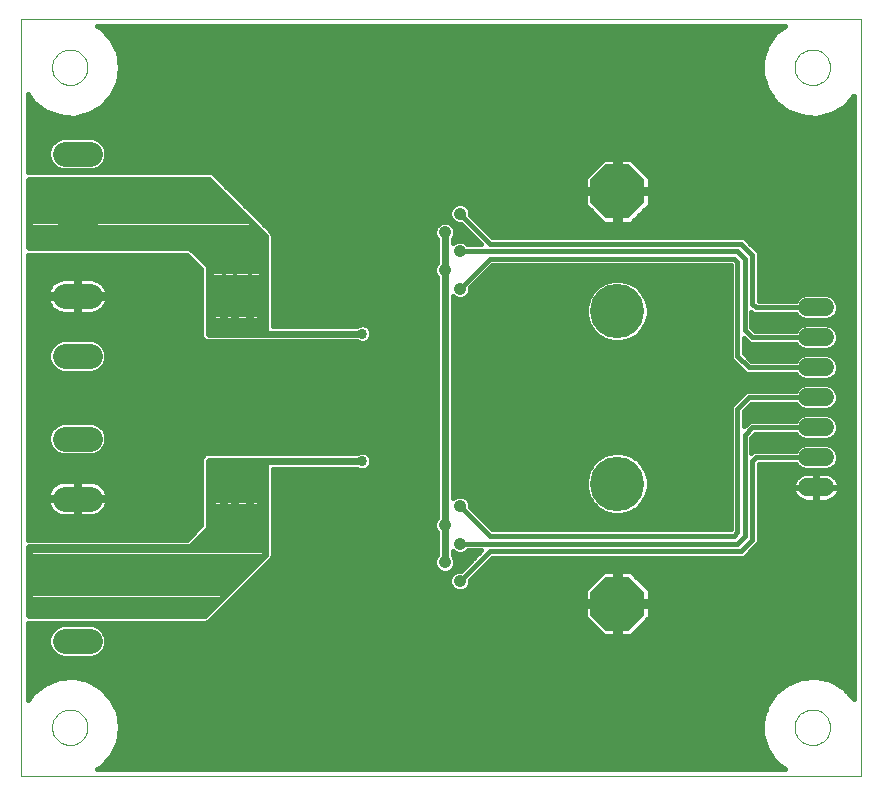
<source format=gbl>
G75*
G70*
%OFA0B0*%
%FSLAX24Y24*%
%IPPOS*%
%LPD*%
%AMOC8*
5,1,8,0,0,1.08239X$1,22.5*
%
%ADD10C,0.0000*%
%ADD11C,0.1810*%
%ADD12OC8,0.1810*%
%ADD13C,0.0825*%
%ADD14C,0.0591*%
%ADD15C,0.0160*%
%ADD16C,0.0416*%
%ADD17C,0.0240*%
%ADD18C,0.0337*%
D10*
X000180Y000180D02*
X000180Y025425D01*
X028172Y025425D01*
X028172Y000180D01*
X000180Y000180D01*
X001214Y001805D02*
X001216Y001853D01*
X001222Y001901D01*
X001232Y001948D01*
X001245Y001994D01*
X001263Y002039D01*
X001283Y002083D01*
X001308Y002125D01*
X001336Y002164D01*
X001366Y002201D01*
X001400Y002235D01*
X001437Y002267D01*
X001475Y002296D01*
X001516Y002321D01*
X001559Y002343D01*
X001604Y002361D01*
X001650Y002375D01*
X001697Y002386D01*
X001745Y002393D01*
X001793Y002396D01*
X001841Y002395D01*
X001889Y002390D01*
X001937Y002381D01*
X001983Y002369D01*
X002028Y002352D01*
X002072Y002332D01*
X002114Y002309D01*
X002154Y002282D01*
X002192Y002252D01*
X002227Y002219D01*
X002259Y002183D01*
X002289Y002145D01*
X002315Y002104D01*
X002337Y002061D01*
X002357Y002017D01*
X002372Y001972D01*
X002384Y001925D01*
X002392Y001877D01*
X002396Y001829D01*
X002396Y001781D01*
X002392Y001733D01*
X002384Y001685D01*
X002372Y001638D01*
X002357Y001593D01*
X002337Y001549D01*
X002315Y001506D01*
X002289Y001465D01*
X002259Y001427D01*
X002227Y001391D01*
X002192Y001358D01*
X002154Y001328D01*
X002114Y001301D01*
X002072Y001278D01*
X002028Y001258D01*
X001983Y001241D01*
X001937Y001229D01*
X001889Y001220D01*
X001841Y001215D01*
X001793Y001214D01*
X001745Y001217D01*
X001697Y001224D01*
X001650Y001235D01*
X001604Y001249D01*
X001559Y001267D01*
X001516Y001289D01*
X001475Y001314D01*
X001437Y001343D01*
X001400Y001375D01*
X001366Y001409D01*
X001336Y001446D01*
X001308Y001485D01*
X001283Y001527D01*
X001263Y001571D01*
X001245Y001616D01*
X001232Y001662D01*
X001222Y001709D01*
X001216Y001757D01*
X001214Y001805D01*
X001214Y023805D02*
X001216Y023853D01*
X001222Y023901D01*
X001232Y023948D01*
X001245Y023994D01*
X001263Y024039D01*
X001283Y024083D01*
X001308Y024125D01*
X001336Y024164D01*
X001366Y024201D01*
X001400Y024235D01*
X001437Y024267D01*
X001475Y024296D01*
X001516Y024321D01*
X001559Y024343D01*
X001604Y024361D01*
X001650Y024375D01*
X001697Y024386D01*
X001745Y024393D01*
X001793Y024396D01*
X001841Y024395D01*
X001889Y024390D01*
X001937Y024381D01*
X001983Y024369D01*
X002028Y024352D01*
X002072Y024332D01*
X002114Y024309D01*
X002154Y024282D01*
X002192Y024252D01*
X002227Y024219D01*
X002259Y024183D01*
X002289Y024145D01*
X002315Y024104D01*
X002337Y024061D01*
X002357Y024017D01*
X002372Y023972D01*
X002384Y023925D01*
X002392Y023877D01*
X002396Y023829D01*
X002396Y023781D01*
X002392Y023733D01*
X002384Y023685D01*
X002372Y023638D01*
X002357Y023593D01*
X002337Y023549D01*
X002315Y023506D01*
X002289Y023465D01*
X002259Y023427D01*
X002227Y023391D01*
X002192Y023358D01*
X002154Y023328D01*
X002114Y023301D01*
X002072Y023278D01*
X002028Y023258D01*
X001983Y023241D01*
X001937Y023229D01*
X001889Y023220D01*
X001841Y023215D01*
X001793Y023214D01*
X001745Y023217D01*
X001697Y023224D01*
X001650Y023235D01*
X001604Y023249D01*
X001559Y023267D01*
X001516Y023289D01*
X001475Y023314D01*
X001437Y023343D01*
X001400Y023375D01*
X001366Y023409D01*
X001336Y023446D01*
X001308Y023485D01*
X001283Y023527D01*
X001263Y023571D01*
X001245Y023616D01*
X001232Y023662D01*
X001222Y023709D01*
X001216Y023757D01*
X001214Y023805D01*
X025964Y023805D02*
X025966Y023853D01*
X025972Y023901D01*
X025982Y023948D01*
X025995Y023994D01*
X026013Y024039D01*
X026033Y024083D01*
X026058Y024125D01*
X026086Y024164D01*
X026116Y024201D01*
X026150Y024235D01*
X026187Y024267D01*
X026225Y024296D01*
X026266Y024321D01*
X026309Y024343D01*
X026354Y024361D01*
X026400Y024375D01*
X026447Y024386D01*
X026495Y024393D01*
X026543Y024396D01*
X026591Y024395D01*
X026639Y024390D01*
X026687Y024381D01*
X026733Y024369D01*
X026778Y024352D01*
X026822Y024332D01*
X026864Y024309D01*
X026904Y024282D01*
X026942Y024252D01*
X026977Y024219D01*
X027009Y024183D01*
X027039Y024145D01*
X027065Y024104D01*
X027087Y024061D01*
X027107Y024017D01*
X027122Y023972D01*
X027134Y023925D01*
X027142Y023877D01*
X027146Y023829D01*
X027146Y023781D01*
X027142Y023733D01*
X027134Y023685D01*
X027122Y023638D01*
X027107Y023593D01*
X027087Y023549D01*
X027065Y023506D01*
X027039Y023465D01*
X027009Y023427D01*
X026977Y023391D01*
X026942Y023358D01*
X026904Y023328D01*
X026864Y023301D01*
X026822Y023278D01*
X026778Y023258D01*
X026733Y023241D01*
X026687Y023229D01*
X026639Y023220D01*
X026591Y023215D01*
X026543Y023214D01*
X026495Y023217D01*
X026447Y023224D01*
X026400Y023235D01*
X026354Y023249D01*
X026309Y023267D01*
X026266Y023289D01*
X026225Y023314D01*
X026187Y023343D01*
X026150Y023375D01*
X026116Y023409D01*
X026086Y023446D01*
X026058Y023485D01*
X026033Y023527D01*
X026013Y023571D01*
X025995Y023616D01*
X025982Y023662D01*
X025972Y023709D01*
X025966Y023757D01*
X025964Y023805D01*
X025964Y001805D02*
X025966Y001853D01*
X025972Y001901D01*
X025982Y001948D01*
X025995Y001994D01*
X026013Y002039D01*
X026033Y002083D01*
X026058Y002125D01*
X026086Y002164D01*
X026116Y002201D01*
X026150Y002235D01*
X026187Y002267D01*
X026225Y002296D01*
X026266Y002321D01*
X026309Y002343D01*
X026354Y002361D01*
X026400Y002375D01*
X026447Y002386D01*
X026495Y002393D01*
X026543Y002396D01*
X026591Y002395D01*
X026639Y002390D01*
X026687Y002381D01*
X026733Y002369D01*
X026778Y002352D01*
X026822Y002332D01*
X026864Y002309D01*
X026904Y002282D01*
X026942Y002252D01*
X026977Y002219D01*
X027009Y002183D01*
X027039Y002145D01*
X027065Y002104D01*
X027087Y002061D01*
X027107Y002017D01*
X027122Y001972D01*
X027134Y001925D01*
X027142Y001877D01*
X027146Y001829D01*
X027146Y001781D01*
X027142Y001733D01*
X027134Y001685D01*
X027122Y001638D01*
X027107Y001593D01*
X027087Y001549D01*
X027065Y001506D01*
X027039Y001465D01*
X027009Y001427D01*
X026977Y001391D01*
X026942Y001358D01*
X026904Y001328D01*
X026864Y001301D01*
X026822Y001278D01*
X026778Y001258D01*
X026733Y001241D01*
X026687Y001229D01*
X026639Y001220D01*
X026591Y001215D01*
X026543Y001214D01*
X026495Y001217D01*
X026447Y001224D01*
X026400Y001235D01*
X026354Y001249D01*
X026309Y001267D01*
X026266Y001289D01*
X026225Y001314D01*
X026187Y001343D01*
X026150Y001375D01*
X026116Y001409D01*
X026086Y001446D01*
X026058Y001485D01*
X026033Y001527D01*
X026013Y001571D01*
X025995Y001616D01*
X025982Y001662D01*
X025972Y001709D01*
X025966Y001757D01*
X025964Y001805D01*
D11*
X020055Y009930D03*
X020055Y015680D03*
D12*
X020055Y019680D03*
X020055Y005930D03*
D13*
X002468Y006680D02*
X001643Y006680D01*
X001643Y004680D02*
X002468Y004680D01*
X002468Y009430D02*
X001643Y009430D01*
X001643Y011430D02*
X002468Y011430D01*
X002468Y014180D02*
X001643Y014180D01*
X001643Y016180D02*
X002468Y016180D01*
X002468Y018930D02*
X001643Y018930D01*
X001643Y020930D02*
X002468Y020930D01*
D14*
X026385Y015805D02*
X026975Y015805D01*
X026975Y014805D02*
X026385Y014805D01*
X026385Y013805D02*
X026975Y013805D01*
X026975Y012805D02*
X026385Y012805D01*
X026385Y011805D02*
X026975Y011805D01*
X026975Y010805D02*
X026385Y010805D01*
X026385Y009805D02*
X026975Y009805D01*
D15*
X026698Y009823D02*
X027451Y009823D01*
X027451Y009842D01*
X027942Y009842D01*
X027942Y009684D02*
X027436Y009684D01*
X027439Y009694D02*
X027451Y009768D01*
X027451Y009787D01*
X026698Y009787D01*
X026698Y009330D01*
X027013Y009330D01*
X027087Y009341D01*
X027158Y009365D01*
X027224Y009399D01*
X027285Y009442D01*
X027338Y009495D01*
X027382Y009556D01*
X027416Y009623D01*
X027439Y009694D01*
X027451Y009842D02*
X027439Y009916D01*
X027416Y009987D01*
X027382Y010054D01*
X027338Y010115D01*
X027285Y010168D01*
X027224Y010211D01*
X027158Y010245D01*
X027087Y010269D01*
X027013Y010280D01*
X026698Y010280D01*
X026698Y009823D01*
X026662Y009823D01*
X026662Y009787D01*
X026698Y009787D01*
X026698Y009823D01*
X026698Y009842D02*
X026662Y009842D01*
X026662Y009823D02*
X026662Y010280D01*
X026347Y010280D01*
X026273Y010269D01*
X026202Y010245D01*
X026136Y010211D01*
X026075Y010168D01*
X026022Y010115D01*
X025978Y010054D01*
X025944Y009987D01*
X025921Y009916D01*
X025909Y009842D01*
X024775Y009842D01*
X024775Y009684D02*
X025924Y009684D01*
X025921Y009694D02*
X025944Y009623D01*
X025978Y009556D01*
X026022Y009495D01*
X026075Y009442D01*
X026136Y009399D01*
X026202Y009365D01*
X026273Y009341D01*
X026347Y009330D01*
X026662Y009330D01*
X026662Y009787D01*
X025909Y009787D01*
X025909Y009768D01*
X025921Y009694D01*
X025909Y009823D02*
X026662Y009823D01*
X026662Y009684D02*
X026698Y009684D01*
X026698Y009525D02*
X026662Y009525D01*
X026662Y009367D02*
X026698Y009367D01*
X027162Y009367D02*
X027942Y009367D01*
X027942Y009525D02*
X027359Y009525D01*
X027409Y010001D02*
X027942Y010001D01*
X027942Y010159D02*
X027293Y010159D01*
X027222Y010436D02*
X027344Y010558D01*
X027411Y010718D01*
X027411Y010892D01*
X027344Y011052D01*
X027222Y011174D01*
X027062Y011240D01*
X026298Y011240D01*
X026138Y011174D01*
X026016Y011052D01*
X026005Y011025D01*
X024589Y011025D01*
X024525Y010961D01*
X024525Y011464D01*
X024646Y011585D01*
X026005Y011585D01*
X026016Y011558D01*
X026138Y011436D01*
X026298Y011370D01*
X027062Y011370D01*
X027222Y011436D01*
X027344Y011558D01*
X027411Y011718D01*
X027411Y011892D01*
X027344Y012052D01*
X027222Y012174D01*
X027062Y012240D01*
X026298Y012240D01*
X026138Y012174D01*
X026016Y012052D01*
X026005Y012025D01*
X024464Y012025D01*
X024335Y011896D01*
X024275Y011836D01*
X024275Y012339D01*
X024521Y012585D01*
X026005Y012585D01*
X026016Y012558D01*
X026138Y012436D01*
X026298Y012370D01*
X027062Y012370D01*
X027222Y012436D01*
X027344Y012558D01*
X027411Y012718D01*
X027411Y012892D01*
X027344Y013052D01*
X027222Y013174D01*
X027062Y013240D01*
X026298Y013240D01*
X026138Y013174D01*
X026016Y013052D01*
X026005Y013025D01*
X024339Y013025D01*
X024210Y012896D01*
X023835Y012521D01*
X023835Y008400D01*
X015896Y008400D01*
X015153Y009143D01*
X015153Y009249D01*
X015100Y009377D01*
X015002Y009475D01*
X014874Y009528D01*
X014736Y009528D01*
X014608Y009475D01*
X014565Y009432D01*
X014565Y016178D01*
X014608Y016135D01*
X014736Y016082D01*
X014874Y016082D01*
X015002Y016135D01*
X015100Y016233D01*
X015153Y016361D01*
X015153Y016467D01*
X015896Y017210D01*
X023835Y017210D01*
X023835Y014089D01*
X024210Y013714D01*
X024339Y013585D01*
X026005Y013585D01*
X026016Y013558D01*
X026138Y013436D01*
X026298Y013370D01*
X027062Y013370D01*
X027222Y013436D01*
X027344Y013558D01*
X027411Y013718D01*
X027411Y013892D01*
X027344Y014052D01*
X027222Y014174D01*
X027062Y014240D01*
X026298Y014240D01*
X026138Y014174D01*
X026016Y014052D01*
X026005Y014025D01*
X024521Y014025D01*
X024275Y014271D01*
X024275Y014774D01*
X024335Y014714D01*
X024464Y014585D01*
X026005Y014585D01*
X026016Y014558D01*
X026138Y014436D01*
X026298Y014370D01*
X027062Y014370D01*
X027222Y014436D01*
X027344Y014558D01*
X027411Y014718D01*
X027411Y014892D01*
X027344Y015052D01*
X027222Y015174D01*
X027062Y015240D01*
X026298Y015240D01*
X026138Y015174D01*
X026016Y015052D01*
X026005Y015025D01*
X024646Y015025D01*
X024525Y015146D01*
X024525Y015649D01*
X024589Y015585D01*
X026005Y015585D01*
X026016Y015558D01*
X026138Y015436D01*
X026298Y015370D01*
X027062Y015370D01*
X027222Y015436D01*
X027344Y015558D01*
X027411Y015718D01*
X027411Y015892D01*
X027344Y016052D01*
X027222Y016174D01*
X027062Y016240D01*
X026298Y016240D01*
X026138Y016174D01*
X026016Y016052D01*
X026005Y016025D01*
X024775Y016025D01*
X024775Y017646D01*
X024646Y017775D01*
X024271Y018150D01*
X015896Y018150D01*
X015153Y018893D01*
X015153Y018999D01*
X015100Y019127D01*
X015002Y019225D01*
X014874Y019278D01*
X014736Y019278D01*
X014608Y019225D01*
X014510Y019127D01*
X014457Y018999D01*
X014457Y018861D01*
X014510Y018733D01*
X014608Y018635D01*
X014736Y018582D01*
X014842Y018582D01*
X015524Y017900D01*
X015077Y017900D01*
X015002Y017975D01*
X014874Y018028D01*
X014736Y018028D01*
X014608Y017975D01*
X014565Y017932D01*
X014565Y018073D01*
X014600Y018108D01*
X014653Y018236D01*
X014653Y018374D01*
X014600Y018502D01*
X014502Y018600D01*
X014374Y018653D01*
X014236Y018653D01*
X014108Y018600D01*
X014010Y018502D01*
X013957Y018374D01*
X013957Y018236D01*
X014010Y018108D01*
X014045Y018073D01*
X014045Y017287D01*
X014010Y017252D01*
X013957Y017124D01*
X013957Y016986D01*
X014010Y016858D01*
X014045Y016823D01*
X014045Y008787D01*
X014010Y008752D01*
X013957Y008624D01*
X013957Y008486D01*
X014010Y008358D01*
X014045Y008323D01*
X014045Y007537D01*
X014010Y007502D01*
X013957Y007374D01*
X013957Y007236D01*
X014010Y007108D01*
X014108Y007010D01*
X014236Y006957D01*
X014374Y006957D01*
X014502Y007010D01*
X014600Y007108D01*
X014653Y007236D01*
X014653Y007374D01*
X014600Y007502D01*
X014565Y007537D01*
X014565Y007678D01*
X014608Y007635D01*
X014736Y007582D01*
X014874Y007582D01*
X015002Y007635D01*
X015077Y007710D01*
X015524Y007710D01*
X014842Y007028D01*
X014736Y007028D01*
X014608Y006975D01*
X014510Y006877D01*
X014457Y006749D01*
X014457Y006611D01*
X014510Y006483D01*
X014608Y006385D01*
X014736Y006332D01*
X014874Y006332D01*
X015002Y006385D01*
X015100Y006483D01*
X015153Y006611D01*
X015153Y006717D01*
X015896Y007460D01*
X024271Y007460D01*
X024646Y007835D01*
X024775Y007964D01*
X024775Y010585D01*
X026005Y010585D01*
X026016Y010558D01*
X026138Y010436D01*
X026298Y010370D01*
X027062Y010370D01*
X027222Y010436D01*
X027262Y010476D02*
X027942Y010476D01*
X027942Y010318D02*
X024775Y010318D01*
X024775Y010476D02*
X026098Y010476D01*
X026067Y010159D02*
X024775Y010159D01*
X024775Y010001D02*
X025951Y010001D01*
X025909Y009842D02*
X025909Y009823D01*
X026001Y009525D02*
X024775Y009525D01*
X024775Y009367D02*
X026198Y009367D01*
X026662Y010001D02*
X026698Y010001D01*
X026698Y010159D02*
X026662Y010159D01*
X026680Y010805D02*
X024680Y010805D01*
X024555Y010680D01*
X024555Y008055D01*
X024180Y007680D01*
X015805Y007680D01*
X014805Y006680D01*
X015153Y006672D02*
X019263Y006672D01*
X019421Y006831D02*
X015267Y006831D01*
X015425Y006989D02*
X019580Y006989D01*
X019606Y007015D02*
X018970Y006379D01*
X018970Y006010D01*
X019975Y006010D01*
X019975Y007015D01*
X019606Y007015D01*
X019975Y006989D02*
X020135Y006989D01*
X020135Y007015D02*
X020135Y006010D01*
X019975Y006010D01*
X019975Y005850D01*
X018970Y005850D01*
X018970Y005481D01*
X019606Y004845D01*
X019975Y004845D01*
X019975Y005850D01*
X020135Y005850D01*
X020135Y006010D01*
X021140Y006010D01*
X021140Y006379D01*
X020504Y007015D01*
X020135Y007015D01*
X020135Y006831D02*
X019975Y006831D01*
X019975Y006672D02*
X020135Y006672D01*
X020135Y006514D02*
X019975Y006514D01*
X019975Y006355D02*
X020135Y006355D01*
X020135Y006197D02*
X019975Y006197D01*
X019975Y006038D02*
X020135Y006038D01*
X020135Y005880D02*
X027942Y005880D01*
X027942Y006038D02*
X021140Y006038D01*
X021140Y006197D02*
X027942Y006197D01*
X027942Y006355D02*
X021140Y006355D01*
X021006Y006514D02*
X027942Y006514D01*
X027942Y006672D02*
X020847Y006672D01*
X020689Y006831D02*
X027942Y006831D01*
X027942Y006989D02*
X020530Y006989D01*
X020135Y005850D02*
X021140Y005850D01*
X021140Y005481D01*
X020504Y004845D01*
X020135Y004845D01*
X020135Y005850D01*
X020135Y005721D02*
X019975Y005721D01*
X019975Y005563D02*
X020135Y005563D01*
X020135Y005404D02*
X019975Y005404D01*
X019975Y005246D02*
X020135Y005246D01*
X020135Y005087D02*
X019975Y005087D01*
X019975Y004929D02*
X020135Y004929D01*
X020588Y004929D02*
X027942Y004929D01*
X027942Y005087D02*
X020746Y005087D01*
X020905Y005246D02*
X027942Y005246D01*
X027942Y005404D02*
X021063Y005404D01*
X021140Y005563D02*
X027942Y005563D01*
X027942Y005721D02*
X021140Y005721D01*
X019975Y005880D02*
X006997Y005880D01*
X007156Y006038D02*
X018970Y006038D01*
X018970Y006197D02*
X007314Y006197D01*
X007473Y006355D02*
X014681Y006355D01*
X014498Y006514D02*
X007631Y006514D01*
X007790Y006672D02*
X014457Y006672D01*
X014491Y006831D02*
X007948Y006831D01*
X008107Y006989D02*
X014159Y006989D01*
X013994Y007148D02*
X008265Y007148D01*
X008424Y007306D02*
X013957Y007306D01*
X013995Y007465D02*
X008549Y007465D01*
X008565Y007503D02*
X008565Y010420D01*
X011379Y010420D01*
X011380Y010419D01*
X011494Y010372D01*
X011616Y010372D01*
X011730Y010419D01*
X011816Y010505D01*
X011863Y010619D01*
X011863Y010741D01*
X011816Y010855D01*
X011730Y010941D01*
X011616Y010988D01*
X011494Y010988D01*
X011380Y010941D01*
X011379Y010940D01*
X006378Y010940D01*
X006283Y010900D01*
X006210Y010827D01*
X006170Y010732D01*
X006170Y008538D01*
X005697Y008065D01*
X000410Y008065D01*
X000410Y017545D01*
X005697Y017545D01*
X006170Y017072D01*
X006170Y014878D01*
X006210Y014783D01*
X006283Y014710D01*
X006378Y014670D01*
X011379Y014670D01*
X011380Y014669D01*
X011494Y014622D01*
X011616Y014622D01*
X011730Y014669D01*
X011816Y014755D01*
X011863Y014869D01*
X011863Y014991D01*
X011816Y015105D01*
X011730Y015191D01*
X011616Y015238D01*
X011494Y015238D01*
X011380Y015191D01*
X011379Y015190D01*
X008565Y015190D01*
X008565Y018232D01*
X008525Y018327D01*
X008452Y018400D01*
X006650Y020202D01*
X006650Y020202D01*
X006577Y020275D01*
X006482Y020315D01*
X000410Y020315D01*
X000410Y022902D01*
X000573Y022662D01*
X000573Y022662D01*
X000573Y022662D01*
X000965Y022350D01*
X001431Y022167D01*
X001431Y022167D01*
X001931Y022130D01*
X002419Y022241D01*
X002852Y022492D01*
X002852Y022492D01*
X003193Y022859D01*
X003410Y023310D01*
X003485Y023805D01*
X003410Y024300D01*
X003410Y024300D01*
X003193Y024751D01*
X003193Y024751D01*
X002852Y025118D01*
X002720Y025195D01*
X025634Y025195D01*
X025323Y024948D01*
X025041Y024534D01*
X024894Y024055D01*
X024894Y023555D01*
X025041Y023076D01*
X025323Y022662D01*
X025323Y022662D01*
X025323Y022662D01*
X025715Y022350D01*
X026181Y022167D01*
X026681Y022130D01*
X027169Y022241D01*
X027169Y022241D01*
X027602Y022492D01*
X027942Y022858D01*
X027942Y002752D01*
X027602Y003118D01*
X027169Y003369D01*
X027169Y003369D01*
X026681Y003480D01*
X026681Y003480D01*
X026181Y003443D01*
X025715Y003260D01*
X025323Y002948D01*
X025041Y002534D01*
X024894Y002055D01*
X024894Y001555D01*
X025041Y001076D01*
X025323Y000662D01*
X025323Y000662D01*
X025323Y000662D01*
X025640Y000410D01*
X002711Y000410D01*
X002852Y000492D01*
X003193Y000859D01*
X003410Y001310D01*
X003485Y001805D01*
X003410Y002300D01*
X003410Y002300D01*
X003193Y002751D01*
X003193Y002751D01*
X002852Y003118D01*
X002419Y003369D01*
X002419Y003369D01*
X001931Y003480D01*
X001931Y003480D01*
X001431Y003443D01*
X000965Y003260D01*
X000573Y002948D01*
X000410Y002708D01*
X000410Y005295D01*
X006357Y005295D01*
X006452Y005335D01*
X008452Y007335D01*
X008525Y007408D01*
X008565Y007503D01*
X008565Y007623D02*
X014045Y007623D01*
X014045Y007782D02*
X008565Y007782D01*
X008565Y007940D02*
X014045Y007940D01*
X014045Y008099D02*
X008565Y008099D01*
X008565Y008257D02*
X014045Y008257D01*
X013986Y008416D02*
X008565Y008416D01*
X008565Y008574D02*
X013957Y008574D01*
X014002Y008733D02*
X008565Y008733D01*
X008565Y008891D02*
X014045Y008891D01*
X014045Y009050D02*
X008565Y009050D01*
X008565Y009208D02*
X014045Y009208D01*
X014045Y009367D02*
X008565Y009367D01*
X008565Y009525D02*
X014045Y009525D01*
X014045Y009684D02*
X008565Y009684D01*
X008565Y009842D02*
X014045Y009842D01*
X014045Y010001D02*
X008565Y010001D01*
X008565Y010159D02*
X014045Y010159D01*
X014045Y010318D02*
X008565Y010318D01*
X006170Y010318D02*
X000410Y010318D01*
X000410Y010476D02*
X006170Y010476D01*
X006170Y010635D02*
X000410Y010635D01*
X000410Y010793D02*
X006195Y010793D01*
X006170Y010159D02*
X000410Y010159D01*
X000410Y010001D02*
X001481Y010001D01*
X001504Y010008D02*
X001415Y009979D01*
X001332Y009937D01*
X001257Y009882D01*
X001191Y009816D01*
X001136Y009741D01*
X001093Y009657D01*
X001065Y009569D01*
X001052Y009488D01*
X001997Y009488D01*
X001997Y010022D01*
X001596Y010022D01*
X001504Y010008D01*
X001217Y009842D02*
X000410Y009842D01*
X000410Y009684D02*
X001107Y009684D01*
X001058Y009525D02*
X000410Y009525D01*
X000410Y009367D02*
X001053Y009367D01*
X001052Y009372D02*
X001065Y009291D01*
X001093Y009203D01*
X001136Y009119D01*
X001191Y009044D01*
X001257Y008978D01*
X001332Y008923D01*
X001415Y008881D01*
X001504Y008852D01*
X001596Y008838D01*
X001997Y008838D01*
X001997Y009372D01*
X002113Y009372D01*
X002113Y009488D01*
X001997Y009488D01*
X001997Y009372D01*
X001052Y009372D01*
X001092Y009208D02*
X000410Y009208D01*
X000410Y009050D02*
X001187Y009050D01*
X001395Y008891D02*
X000410Y008891D01*
X000410Y008733D02*
X006170Y008733D01*
X006170Y008891D02*
X002715Y008891D01*
X002695Y008881D02*
X002778Y008923D01*
X002853Y008978D01*
X002919Y009044D01*
X002974Y009119D01*
X003017Y009203D01*
X003045Y009291D01*
X003058Y009372D01*
X002113Y009372D01*
X002113Y008838D01*
X002514Y008838D01*
X002606Y008852D01*
X002695Y008881D01*
X002923Y009050D02*
X006170Y009050D01*
X006170Y009208D02*
X003018Y009208D01*
X003057Y009367D02*
X006170Y009367D01*
X006170Y009525D02*
X003052Y009525D01*
X003058Y009488D02*
X003045Y009569D01*
X003017Y009657D01*
X002974Y009741D01*
X002919Y009816D01*
X002853Y009882D01*
X002778Y009937D01*
X002695Y009979D01*
X002606Y010008D01*
X002514Y010022D01*
X002113Y010022D01*
X002113Y009488D01*
X003058Y009488D01*
X003003Y009684D02*
X006170Y009684D01*
X006170Y009842D02*
X002893Y009842D01*
X002629Y010001D02*
X006170Y010001D01*
X006170Y008574D02*
X000410Y008574D01*
X000410Y008416D02*
X006048Y008416D01*
X005889Y008257D02*
X000410Y008257D01*
X000410Y008099D02*
X005731Y008099D01*
X006839Y005721D02*
X018970Y005721D01*
X018970Y005563D02*
X006680Y005563D01*
X006522Y005404D02*
X019047Y005404D01*
X019205Y005246D02*
X000410Y005246D01*
X000410Y005087D02*
X001268Y005087D01*
X001330Y005148D02*
X001174Y004993D01*
X001090Y004790D01*
X001090Y004570D01*
X001174Y004367D01*
X001330Y004212D01*
X001533Y004128D01*
X002577Y004128D01*
X002780Y004212D01*
X002936Y004367D01*
X003020Y004570D01*
X003020Y004790D01*
X002936Y004993D01*
X002780Y005148D01*
X002577Y005232D01*
X001533Y005232D01*
X001330Y005148D01*
X001147Y004929D02*
X000410Y004929D01*
X000410Y004770D02*
X001090Y004770D01*
X001090Y004612D02*
X000410Y004612D01*
X000410Y004453D02*
X001139Y004453D01*
X001247Y004295D02*
X000410Y004295D01*
X000410Y004136D02*
X001512Y004136D01*
X001431Y003443D02*
X001431Y003443D01*
X001178Y003344D02*
X000410Y003344D01*
X000410Y003502D02*
X027942Y003502D01*
X027942Y003344D02*
X027213Y003344D01*
X027487Y003185D02*
X027942Y003185D01*
X027942Y003027D02*
X027688Y003027D01*
X027602Y003118D02*
X027602Y003118D01*
X027835Y002868D02*
X027942Y002868D01*
X027942Y003661D02*
X000410Y003661D01*
X000410Y003819D02*
X027942Y003819D01*
X027942Y003978D02*
X000410Y003978D01*
X000410Y003185D02*
X000871Y003185D01*
X000965Y003260D02*
X000965Y003260D01*
X000672Y003027D02*
X000410Y003027D01*
X000410Y002868D02*
X000519Y002868D01*
X000573Y002948D02*
X000573Y002948D01*
X000573Y002948D01*
X000411Y002710D02*
X000410Y002710D01*
X002463Y003344D02*
X025928Y003344D01*
X025715Y003260D02*
X025715Y003260D01*
X025621Y003185D02*
X002737Y003185D01*
X002852Y003118D02*
X002852Y003118D01*
X002938Y003027D02*
X025422Y003027D01*
X025323Y002948D02*
X025323Y002948D01*
X025323Y002948D01*
X025269Y002868D02*
X003085Y002868D01*
X003213Y002710D02*
X025161Y002710D01*
X025053Y002551D02*
X003290Y002551D01*
X003366Y002393D02*
X024998Y002393D01*
X025041Y002534D02*
X025041Y002534D01*
X024949Y002234D02*
X003420Y002234D01*
X003444Y002076D02*
X024900Y002076D01*
X024894Y001917D02*
X003468Y001917D01*
X003478Y001759D02*
X024894Y001759D01*
X024894Y001600D02*
X003454Y001600D01*
X003430Y001442D02*
X024929Y001442D01*
X024978Y001283D02*
X003397Y001283D01*
X003410Y001310D02*
X003410Y001310D01*
X003321Y001125D02*
X025026Y001125D01*
X025041Y001076D02*
X025041Y001076D01*
X025116Y000966D02*
X003245Y000966D01*
X003193Y000859D02*
X003193Y000859D01*
X003146Y000808D02*
X025224Y000808D01*
X025340Y000649D02*
X002999Y000649D01*
X002852Y000492D02*
X002852Y000492D01*
X002852Y000492D01*
X002851Y000491D02*
X025539Y000491D01*
X026181Y003443D02*
X026181Y003443D01*
X027942Y004136D02*
X002598Y004136D01*
X002863Y004295D02*
X027942Y004295D01*
X027942Y004453D02*
X002971Y004453D01*
X003020Y004612D02*
X027942Y004612D01*
X027942Y004770D02*
X003020Y004770D01*
X002963Y004929D02*
X019522Y004929D01*
X019364Y005087D02*
X002842Y005087D01*
X002113Y008891D02*
X001997Y008891D01*
X001997Y009050D02*
X002113Y009050D01*
X002113Y009208D02*
X001997Y009208D01*
X001997Y009367D02*
X002113Y009367D01*
X002113Y009525D02*
X001997Y009525D01*
X001997Y009684D02*
X002113Y009684D01*
X002113Y009842D02*
X001997Y009842D01*
X001997Y010001D02*
X002113Y010001D01*
X002577Y010878D02*
X001533Y010878D01*
X001330Y010962D01*
X001174Y011117D01*
X001090Y011320D01*
X001090Y011540D01*
X001174Y011743D01*
X001330Y011898D01*
X001533Y011982D01*
X002577Y011982D01*
X002780Y011898D01*
X002936Y011743D01*
X003020Y011540D01*
X003020Y011320D01*
X002936Y011117D01*
X002780Y010962D01*
X002577Y010878D01*
X002756Y010952D02*
X011405Y010952D01*
X011705Y010952D02*
X014045Y010952D01*
X014045Y011110D02*
X002929Y011110D01*
X002999Y011269D02*
X014045Y011269D01*
X014045Y011427D02*
X003020Y011427D01*
X003001Y011586D02*
X014045Y011586D01*
X014045Y011744D02*
X002935Y011744D01*
X002770Y011903D02*
X014045Y011903D01*
X014045Y012061D02*
X000410Y012061D01*
X000410Y011903D02*
X001340Y011903D01*
X001175Y011744D02*
X000410Y011744D01*
X000410Y011586D02*
X001109Y011586D01*
X001090Y011427D02*
X000410Y011427D01*
X000410Y011269D02*
X001111Y011269D01*
X001181Y011110D02*
X000410Y011110D01*
X000410Y010952D02*
X001354Y010952D01*
X000410Y012220D02*
X014045Y012220D01*
X014045Y012378D02*
X000410Y012378D01*
X000410Y012537D02*
X014045Y012537D01*
X014045Y012695D02*
X000410Y012695D01*
X000410Y012854D02*
X014045Y012854D01*
X014045Y013012D02*
X000410Y013012D01*
X000410Y013171D02*
X014045Y013171D01*
X014045Y013329D02*
X000410Y013329D01*
X000410Y013488D02*
X014045Y013488D01*
X014045Y013646D02*
X002622Y013646D01*
X002577Y013628D02*
X002780Y013712D01*
X002936Y013867D01*
X003020Y014070D01*
X003020Y014290D01*
X002936Y014493D01*
X002780Y014648D01*
X002577Y014732D01*
X001533Y014732D01*
X001330Y014648D01*
X001174Y014493D01*
X001090Y014290D01*
X001090Y014070D01*
X001174Y013867D01*
X001330Y013712D01*
X001533Y013628D01*
X002577Y013628D01*
X002873Y013805D02*
X014045Y013805D01*
X014045Y013963D02*
X002976Y013963D01*
X003020Y014122D02*
X014045Y014122D01*
X014045Y014280D02*
X003020Y014280D01*
X002958Y014439D02*
X014045Y014439D01*
X014045Y014597D02*
X002832Y014597D01*
X002606Y015602D02*
X002514Y015588D01*
X002113Y015588D01*
X002113Y016122D01*
X002113Y016238D01*
X001997Y016238D01*
X001997Y016772D01*
X001596Y016772D01*
X001504Y016758D01*
X001415Y016729D01*
X001332Y016687D01*
X001257Y016632D01*
X001191Y016566D01*
X001136Y016491D01*
X001093Y016407D01*
X001065Y016319D01*
X001052Y016238D01*
X001997Y016238D01*
X001997Y016122D01*
X002113Y016122D01*
X003058Y016122D01*
X003045Y016041D01*
X003017Y015953D01*
X002974Y015869D01*
X002919Y015794D01*
X002853Y015728D01*
X002778Y015673D01*
X002695Y015631D01*
X002606Y015602D01*
X002824Y015707D02*
X006170Y015707D01*
X006170Y015865D02*
X002971Y015865D01*
X003040Y016024D02*
X006170Y016024D01*
X006170Y016182D02*
X002113Y016182D01*
X002113Y016238D02*
X003058Y016238D01*
X003045Y016319D01*
X003017Y016407D01*
X002974Y016491D01*
X002919Y016566D01*
X002853Y016632D01*
X002778Y016687D01*
X002695Y016729D01*
X002606Y016758D01*
X002514Y016772D01*
X002113Y016772D01*
X002113Y016238D01*
X002113Y016341D02*
X001997Y016341D01*
X001997Y016499D02*
X002113Y016499D01*
X002113Y016658D02*
X001997Y016658D01*
X001997Y016182D02*
X000410Y016182D01*
X000410Y016024D02*
X001070Y016024D01*
X001065Y016041D02*
X001093Y015953D01*
X001136Y015869D01*
X001191Y015794D01*
X001257Y015728D01*
X001332Y015673D01*
X001415Y015631D01*
X001504Y015602D01*
X001596Y015588D01*
X001997Y015588D01*
X001997Y016122D01*
X001052Y016122D01*
X001065Y016041D01*
X001139Y015865D02*
X000410Y015865D01*
X000410Y015707D02*
X001286Y015707D01*
X001072Y016341D02*
X000410Y016341D01*
X000410Y016499D02*
X001142Y016499D01*
X001292Y016658D02*
X000410Y016658D01*
X000410Y016816D02*
X006170Y016816D01*
X006170Y016658D02*
X002818Y016658D01*
X002968Y016499D02*
X006170Y016499D01*
X006170Y016341D02*
X003038Y016341D01*
X002113Y016024D02*
X001997Y016024D01*
X001997Y015865D02*
X002113Y015865D01*
X002113Y015707D02*
X001997Y015707D01*
X001278Y014597D02*
X000410Y014597D01*
X000410Y014439D02*
X001152Y014439D01*
X001090Y014280D02*
X000410Y014280D01*
X000410Y014122D02*
X001090Y014122D01*
X001134Y013963D02*
X000410Y013963D01*
X000410Y013805D02*
X001237Y013805D01*
X001488Y013646D02*
X000410Y013646D01*
X000410Y014756D02*
X006237Y014756D01*
X006170Y014914D02*
X000410Y014914D01*
X000410Y015073D02*
X006170Y015073D01*
X006170Y015231D02*
X000410Y015231D01*
X000410Y015390D02*
X006170Y015390D01*
X006170Y015548D02*
X000410Y015548D01*
X000410Y016975D02*
X006170Y016975D01*
X006109Y017133D02*
X000410Y017133D01*
X000410Y017292D02*
X005951Y017292D01*
X005792Y017450D02*
X000410Y017450D01*
X000410Y020462D02*
X001330Y020462D01*
X001533Y020378D01*
X002577Y020378D01*
X002780Y020462D01*
X019302Y020462D01*
X019461Y020620D02*
X002937Y020620D01*
X002936Y020617D02*
X003020Y020820D01*
X003020Y021040D01*
X002936Y021243D01*
X002780Y021398D01*
X002577Y021482D01*
X001533Y021482D01*
X001330Y021398D01*
X001174Y021243D01*
X001090Y021040D01*
X001090Y020820D01*
X001174Y020617D01*
X001330Y020462D01*
X001173Y020620D02*
X000410Y020620D01*
X000410Y020779D02*
X001107Y020779D01*
X001090Y020937D02*
X000410Y020937D01*
X000410Y021096D02*
X001113Y021096D01*
X001185Y021254D02*
X000410Y021254D01*
X000410Y021413D02*
X001364Y021413D01*
X001931Y022130D02*
X001931Y022130D01*
X002261Y022205D02*
X026085Y022205D01*
X025715Y022350D02*
X025715Y022350D01*
X025698Y022364D02*
X002631Y022364D01*
X002419Y022241D02*
X002419Y022241D01*
X002881Y022522D02*
X025499Y022522D01*
X025311Y022681D02*
X003028Y022681D01*
X003175Y022839D02*
X025203Y022839D01*
X025095Y022998D02*
X003260Y022998D01*
X003193Y022859D02*
X003193Y022859D01*
X003336Y023156D02*
X025017Y023156D01*
X025041Y023076D02*
X025041Y023076D01*
X024968Y023315D02*
X003411Y023315D01*
X003410Y023310D02*
X003410Y023310D01*
X003435Y023473D02*
X024919Y023473D01*
X024894Y023632D02*
X003459Y023632D01*
X003483Y023790D02*
X024894Y023790D01*
X024894Y023949D02*
X003463Y023949D01*
X003439Y024107D02*
X024910Y024107D01*
X024959Y024266D02*
X003416Y024266D01*
X003351Y024424D02*
X025007Y024424D01*
X025041Y024534D02*
X025041Y024534D01*
X025075Y024583D02*
X003274Y024583D01*
X003198Y024741D02*
X025183Y024741D01*
X025291Y024900D02*
X003056Y024900D01*
X002909Y025058D02*
X025462Y025058D01*
X025323Y024948D02*
X025323Y024948D01*
X027778Y022681D02*
X027942Y022681D01*
X027925Y022839D02*
X027942Y022839D01*
X027942Y022522D02*
X027631Y022522D01*
X027381Y022364D02*
X027942Y022364D01*
X027942Y022205D02*
X027011Y022205D01*
X027942Y022047D02*
X000410Y022047D01*
X000410Y022205D02*
X001335Y022205D01*
X000965Y022350D02*
X000965Y022350D01*
X000948Y022364D02*
X000410Y022364D01*
X000410Y022522D02*
X000749Y022522D01*
X000561Y022681D02*
X000410Y022681D01*
X000410Y022839D02*
X000453Y022839D01*
X000410Y021888D02*
X027942Y021888D01*
X027942Y021730D02*
X000410Y021730D01*
X000410Y021571D02*
X027942Y021571D01*
X027942Y021413D02*
X002746Y021413D01*
X002925Y021254D02*
X027942Y021254D01*
X027942Y021096D02*
X002997Y021096D01*
X003020Y020937D02*
X027942Y020937D01*
X027942Y020779D02*
X003003Y020779D01*
X002936Y020617D02*
X002780Y020462D01*
X006511Y020303D02*
X019144Y020303D01*
X018985Y020145D02*
X006708Y020145D01*
X006867Y019986D02*
X018970Y019986D01*
X018970Y020129D02*
X018970Y019760D01*
X019975Y019760D01*
X019975Y020765D01*
X019606Y020765D01*
X018970Y020129D01*
X018970Y019828D02*
X007025Y019828D01*
X007184Y019669D02*
X019975Y019669D01*
X019975Y019600D02*
X018970Y019600D01*
X018970Y019231D01*
X019606Y018595D01*
X019975Y018595D01*
X019975Y019600D01*
X019975Y019760D01*
X020135Y019760D01*
X020135Y020765D01*
X020504Y020765D01*
X021140Y020129D01*
X021140Y019760D01*
X020135Y019760D01*
X020135Y019600D01*
X021140Y019600D01*
X021140Y019231D01*
X020504Y018595D01*
X020135Y018595D01*
X020135Y019600D01*
X019975Y019600D01*
X019975Y019511D02*
X020135Y019511D01*
X020135Y019669D02*
X027942Y019669D01*
X027942Y019511D02*
X021140Y019511D01*
X021140Y019352D02*
X027942Y019352D01*
X027942Y019194D02*
X021103Y019194D01*
X020944Y019035D02*
X027942Y019035D01*
X027942Y018877D02*
X020786Y018877D01*
X020627Y018718D02*
X027942Y018718D01*
X027942Y018560D02*
X015487Y018560D01*
X015328Y018718D02*
X019483Y018718D01*
X019324Y018877D02*
X015170Y018877D01*
X015138Y019035D02*
X019166Y019035D01*
X019007Y019194D02*
X015033Y019194D01*
X014805Y018930D02*
X015805Y017930D01*
X024180Y017930D01*
X024555Y017555D01*
X024555Y015930D01*
X024680Y015805D01*
X026680Y015805D01*
X027202Y016182D02*
X027942Y016182D01*
X027942Y016024D02*
X027356Y016024D01*
X027411Y015865D02*
X027942Y015865D01*
X027942Y015707D02*
X027406Y015707D01*
X027334Y015548D02*
X027942Y015548D01*
X027942Y015390D02*
X027110Y015390D01*
X027084Y015231D02*
X027942Y015231D01*
X027942Y015073D02*
X027323Y015073D01*
X027401Y014914D02*
X027942Y014914D01*
X027942Y014756D02*
X027411Y014756D01*
X027360Y014597D02*
X027942Y014597D01*
X027942Y014439D02*
X027224Y014439D01*
X026680Y014805D02*
X024555Y014805D01*
X024305Y015055D01*
X024305Y017430D01*
X024055Y017680D01*
X014805Y017680D01*
X015051Y017926D02*
X015498Y017926D01*
X015340Y018084D02*
X014576Y018084D01*
X014653Y018243D02*
X015181Y018243D01*
X015023Y018401D02*
X014642Y018401D01*
X014542Y018560D02*
X014864Y018560D01*
X014525Y018718D02*
X008135Y018718D01*
X008293Y018560D02*
X014068Y018560D01*
X013968Y018401D02*
X008452Y018401D01*
X008452Y018400D02*
X008452Y018400D01*
X008561Y018243D02*
X013957Y018243D01*
X014034Y018084D02*
X008565Y018084D01*
X008565Y017926D02*
X014045Y017926D01*
X014045Y017767D02*
X008565Y017767D01*
X008565Y017609D02*
X014045Y017609D01*
X014045Y017450D02*
X008565Y017450D01*
X008565Y017292D02*
X014045Y017292D01*
X013961Y017133D02*
X008565Y017133D01*
X008565Y016975D02*
X013962Y016975D01*
X014045Y016816D02*
X008565Y016816D01*
X008565Y016658D02*
X014045Y016658D01*
X014045Y016499D02*
X008565Y016499D01*
X008565Y016341D02*
X014045Y016341D01*
X014045Y016182D02*
X008565Y016182D01*
X008565Y016024D02*
X014045Y016024D01*
X014045Y015865D02*
X008565Y015865D01*
X008565Y015707D02*
X014045Y015707D01*
X014045Y015548D02*
X008565Y015548D01*
X008565Y015390D02*
X014045Y015390D01*
X014045Y015231D02*
X011634Y015231D01*
X011476Y015231D02*
X008565Y015231D01*
X011830Y015073D02*
X014045Y015073D01*
X014045Y014914D02*
X011863Y014914D01*
X011817Y014756D02*
X014045Y014756D01*
X014565Y014756D02*
X019566Y014756D01*
X019652Y014706D02*
X019413Y014844D01*
X019219Y015038D01*
X019081Y015277D01*
X019010Y015542D01*
X019010Y015818D01*
X019081Y016083D01*
X019219Y016322D01*
X019413Y016516D01*
X019652Y016654D01*
X019917Y016725D01*
X020193Y016725D01*
X020458Y016654D01*
X020697Y016516D01*
X020891Y016322D01*
X021029Y016083D01*
X021100Y015818D01*
X021100Y015542D01*
X021029Y015277D01*
X020891Y015038D01*
X020697Y014844D01*
X020458Y014706D01*
X020193Y014635D01*
X019917Y014635D01*
X019652Y014706D01*
X019343Y014914D02*
X014565Y014914D01*
X014565Y015073D02*
X019199Y015073D01*
X019108Y015231D02*
X014565Y015231D01*
X014565Y015390D02*
X019051Y015390D01*
X019010Y015548D02*
X014565Y015548D01*
X014565Y015707D02*
X019010Y015707D01*
X019023Y015865D02*
X014565Y015865D01*
X014565Y016024D02*
X019065Y016024D01*
X019138Y016182D02*
X015049Y016182D01*
X015144Y016341D02*
X019238Y016341D01*
X019396Y016499D02*
X015185Y016499D01*
X015344Y016658D02*
X019666Y016658D01*
X020444Y016658D02*
X023835Y016658D01*
X023835Y016816D02*
X015502Y016816D01*
X015661Y016975D02*
X023835Y016975D01*
X023835Y017133D02*
X015819Y017133D01*
X015805Y017430D02*
X023930Y017430D01*
X024055Y017305D01*
X024055Y014180D01*
X024430Y013805D01*
X026680Y013805D01*
X027273Y013488D02*
X027942Y013488D01*
X027942Y013646D02*
X027381Y013646D01*
X027411Y013805D02*
X027942Y013805D01*
X027942Y013963D02*
X027381Y013963D01*
X027274Y014122D02*
X027942Y014122D01*
X027942Y014280D02*
X024275Y014280D01*
X024275Y014439D02*
X026136Y014439D01*
X026086Y014122D02*
X024425Y014122D01*
X024119Y013805D02*
X014565Y013805D01*
X014565Y013963D02*
X023961Y013963D01*
X023835Y014122D02*
X014565Y014122D01*
X014565Y014280D02*
X023835Y014280D01*
X023835Y014439D02*
X014565Y014439D01*
X014565Y014597D02*
X023835Y014597D01*
X023835Y014756D02*
X020544Y014756D01*
X020767Y014914D02*
X023835Y014914D01*
X023835Y015073D02*
X020911Y015073D01*
X021002Y015231D02*
X023835Y015231D01*
X023835Y015390D02*
X021059Y015390D01*
X021100Y015548D02*
X023835Y015548D01*
X023835Y015707D02*
X021100Y015707D01*
X021087Y015865D02*
X023835Y015865D01*
X023835Y016024D02*
X021045Y016024D01*
X020972Y016182D02*
X023835Y016182D01*
X023835Y016341D02*
X020872Y016341D01*
X020714Y016499D02*
X023835Y016499D01*
X024775Y016499D02*
X027942Y016499D01*
X027942Y016341D02*
X024775Y016341D01*
X024775Y016182D02*
X026158Y016182D01*
X026026Y015548D02*
X024525Y015548D01*
X024525Y015390D02*
X026250Y015390D01*
X026276Y015231D02*
X024525Y015231D01*
X024599Y015073D02*
X026037Y015073D01*
X024452Y014597D02*
X024275Y014597D01*
X024275Y014756D02*
X024293Y014756D01*
X024278Y013646D02*
X014565Y013646D01*
X014565Y013488D02*
X026087Y013488D01*
X026135Y013171D02*
X014565Y013171D01*
X014565Y013329D02*
X027942Y013329D01*
X027942Y013171D02*
X027225Y013171D01*
X027361Y013012D02*
X027942Y013012D01*
X027942Y012854D02*
X027411Y012854D01*
X027401Y012695D02*
X027942Y012695D01*
X027942Y012537D02*
X027322Y012537D01*
X027082Y012378D02*
X027942Y012378D01*
X027942Y012220D02*
X027112Y012220D01*
X027335Y012061D02*
X027942Y012061D01*
X027942Y011903D02*
X027406Y011903D01*
X027411Y011744D02*
X027942Y011744D01*
X027942Y011586D02*
X027356Y011586D01*
X027200Y011427D02*
X027942Y011427D01*
X027942Y011269D02*
X024525Y011269D01*
X024525Y011427D02*
X026160Y011427D01*
X026074Y011110D02*
X024525Y011110D01*
X024305Y011555D02*
X024555Y011805D01*
X026680Y011805D01*
X026248Y012220D02*
X024275Y012220D01*
X024275Y012061D02*
X026025Y012061D01*
X026278Y012378D02*
X024314Y012378D01*
X024473Y012537D02*
X026038Y012537D01*
X026680Y012805D02*
X024430Y012805D01*
X024055Y012430D01*
X024055Y008305D01*
X023930Y008180D01*
X015805Y008180D01*
X014805Y009180D01*
X015153Y009208D02*
X019299Y009208D01*
X019219Y009288D02*
X019413Y009094D01*
X019652Y008956D01*
X019917Y008885D01*
X020193Y008885D01*
X020458Y008956D01*
X020697Y009094D01*
X020891Y009288D01*
X021029Y009527D01*
X021100Y009792D01*
X021100Y010068D01*
X021029Y010333D01*
X020891Y010572D01*
X020697Y010766D01*
X020458Y010904D01*
X020193Y010975D01*
X019917Y010975D01*
X019652Y010904D01*
X019413Y010766D01*
X019219Y010572D01*
X019081Y010333D01*
X019010Y010068D01*
X019010Y009792D01*
X019081Y009527D01*
X019219Y009288D01*
X019174Y009367D02*
X015104Y009367D01*
X014881Y009525D02*
X019082Y009525D01*
X019039Y009684D02*
X014565Y009684D01*
X014565Y009842D02*
X019010Y009842D01*
X019010Y010001D02*
X014565Y010001D01*
X014565Y010159D02*
X019035Y010159D01*
X019077Y010318D02*
X014565Y010318D01*
X014565Y010476D02*
X019164Y010476D01*
X019282Y010635D02*
X014565Y010635D01*
X014565Y010793D02*
X019460Y010793D01*
X019830Y010952D02*
X014565Y010952D01*
X014565Y011110D02*
X023835Y011110D01*
X023835Y010952D02*
X020280Y010952D01*
X020650Y010793D02*
X023835Y010793D01*
X023835Y010635D02*
X020828Y010635D01*
X020946Y010476D02*
X023835Y010476D01*
X023835Y010318D02*
X021033Y010318D01*
X021075Y010159D02*
X023835Y010159D01*
X023835Y010001D02*
X021100Y010001D01*
X021100Y009842D02*
X023835Y009842D01*
X023835Y009684D02*
X021071Y009684D01*
X021028Y009525D02*
X023835Y009525D01*
X023835Y009367D02*
X020936Y009367D01*
X020811Y009208D02*
X023835Y009208D01*
X023835Y009050D02*
X020620Y009050D01*
X020215Y008891D02*
X023835Y008891D01*
X023835Y008733D02*
X015564Y008733D01*
X015405Y008891D02*
X019895Y008891D01*
X019490Y009050D02*
X015247Y009050D01*
X015722Y008574D02*
X023835Y008574D01*
X023835Y008416D02*
X015881Y008416D01*
X015437Y007623D02*
X014973Y007623D01*
X014637Y007623D02*
X014565Y007623D01*
X014615Y007465D02*
X015278Y007465D01*
X015120Y007306D02*
X014653Y007306D01*
X014616Y007148D02*
X014961Y007148D01*
X014642Y006989D02*
X014451Y006989D01*
X014929Y006355D02*
X018970Y006355D01*
X019104Y006514D02*
X015112Y006514D01*
X015584Y007148D02*
X027942Y007148D01*
X027942Y007306D02*
X015742Y007306D01*
X014805Y007930D02*
X024055Y007930D01*
X024305Y008180D01*
X024305Y011555D01*
X023835Y011586D02*
X014565Y011586D01*
X014565Y011744D02*
X023835Y011744D01*
X023835Y011903D02*
X014565Y011903D01*
X014565Y012061D02*
X023835Y012061D01*
X023835Y012220D02*
X014565Y012220D01*
X014565Y012378D02*
X023835Y012378D01*
X023850Y012537D02*
X014565Y012537D01*
X014565Y012695D02*
X024009Y012695D01*
X024167Y012854D02*
X014565Y012854D01*
X014565Y013012D02*
X024326Y013012D01*
X024341Y011903D02*
X024275Y011903D01*
X024335Y011896D02*
X024335Y011896D01*
X023835Y011427D02*
X014565Y011427D01*
X014565Y011269D02*
X023835Y011269D01*
X024775Y009208D02*
X027942Y009208D01*
X027942Y009050D02*
X024775Y009050D01*
X024775Y008891D02*
X027942Y008891D01*
X027942Y008733D02*
X024775Y008733D01*
X024775Y008574D02*
X027942Y008574D01*
X027942Y008416D02*
X024775Y008416D01*
X024775Y008257D02*
X027942Y008257D01*
X027942Y008099D02*
X024775Y008099D01*
X024751Y007940D02*
X027942Y007940D01*
X027942Y007782D02*
X024593Y007782D01*
X024434Y007623D02*
X027942Y007623D01*
X027942Y007465D02*
X024276Y007465D01*
X027376Y010635D02*
X027942Y010635D01*
X027942Y010793D02*
X027411Y010793D01*
X027386Y010952D02*
X027942Y010952D01*
X027942Y011110D02*
X027286Y011110D01*
X027942Y016658D02*
X024775Y016658D01*
X024775Y016816D02*
X027942Y016816D01*
X027942Y016975D02*
X024775Y016975D01*
X024775Y017133D02*
X027942Y017133D01*
X027942Y017292D02*
X024775Y017292D01*
X024775Y017450D02*
X027942Y017450D01*
X027942Y017609D02*
X024775Y017609D01*
X024654Y017767D02*
X027942Y017767D01*
X027942Y017926D02*
X024496Y017926D01*
X024337Y018084D02*
X027942Y018084D01*
X027942Y018243D02*
X015804Y018243D01*
X015645Y018401D02*
X027942Y018401D01*
X027942Y019828D02*
X021140Y019828D01*
X021140Y019986D02*
X027942Y019986D01*
X027942Y020145D02*
X021125Y020145D01*
X020966Y020303D02*
X027942Y020303D01*
X027942Y020462D02*
X020808Y020462D01*
X020649Y020620D02*
X027942Y020620D01*
X020135Y020620D02*
X019975Y020620D01*
X019975Y020462D02*
X020135Y020462D01*
X020135Y020303D02*
X019975Y020303D01*
X019975Y020145D02*
X020135Y020145D01*
X020135Y019986D02*
X019975Y019986D01*
X019975Y019828D02*
X020135Y019828D01*
X020135Y019352D02*
X019975Y019352D01*
X019975Y019194D02*
X020135Y019194D01*
X020135Y019035D02*
X019975Y019035D01*
X019975Y018877D02*
X020135Y018877D01*
X020135Y018718D02*
X019975Y018718D01*
X018970Y019352D02*
X007501Y019352D01*
X007659Y019194D02*
X014577Y019194D01*
X014472Y019035D02*
X007818Y019035D01*
X007976Y018877D02*
X014457Y018877D01*
X015805Y017430D02*
X014805Y016430D01*
X018970Y019511D02*
X007342Y019511D01*
X002852Y025118D02*
X002852Y025118D01*
X011842Y010793D02*
X014045Y010793D01*
X014045Y010635D02*
X011863Y010635D01*
X011787Y010476D02*
X014045Y010476D01*
X014565Y009525D02*
X014729Y009525D01*
D16*
X014805Y009180D03*
X014305Y008555D03*
X014805Y007930D03*
X014305Y007305D03*
X014805Y006680D03*
X014805Y016430D03*
X014305Y017055D03*
X014805Y017680D03*
X014305Y018305D03*
X014805Y018930D03*
D17*
X014305Y018305D02*
X014305Y017055D01*
X014305Y008555D01*
X014305Y007305D01*
X011555Y010680D02*
X008305Y010680D01*
X008180Y010555D01*
X008305Y010594D02*
X006430Y010594D01*
X006430Y010680D02*
X008305Y010680D01*
X008305Y007555D01*
X006305Y005555D01*
X000450Y005555D01*
X000450Y007805D01*
X005805Y007805D01*
X006430Y008430D01*
X006430Y010680D01*
X006430Y010355D02*
X008305Y010355D01*
X008305Y010117D02*
X006430Y010117D01*
X006430Y009878D02*
X008305Y009878D01*
X008305Y009640D02*
X006430Y009640D01*
X006430Y009401D02*
X008305Y009401D01*
X008305Y009163D02*
X006430Y009163D01*
X006430Y008924D02*
X008305Y008924D01*
X008305Y008686D02*
X006430Y008686D01*
X006430Y008447D02*
X008305Y008447D01*
X008305Y008209D02*
X006209Y008209D01*
X005970Y007970D02*
X008305Y007970D01*
X008305Y007732D02*
X000450Y007732D01*
X000450Y007493D02*
X008243Y007493D01*
X008005Y007255D02*
X000450Y007255D01*
X000450Y007016D02*
X007766Y007016D01*
X007528Y006778D02*
X000450Y006778D01*
X000450Y006539D02*
X007289Y006539D01*
X007051Y006301D02*
X000450Y006301D01*
X000450Y006062D02*
X006812Y006062D01*
X006574Y005824D02*
X000450Y005824D01*
X000450Y005585D02*
X006335Y005585D01*
X006430Y014930D02*
X006430Y017180D01*
X005805Y017805D01*
X000450Y017805D01*
X000450Y020055D01*
X006430Y020055D01*
X008305Y018180D01*
X008305Y014930D01*
X008180Y015055D01*
X008305Y015125D02*
X006430Y015125D01*
X006430Y014930D02*
X008305Y014930D01*
X011555Y014930D01*
X008305Y015364D02*
X006430Y015364D01*
X006430Y015602D02*
X008305Y015602D01*
X008305Y015841D02*
X006430Y015841D01*
X006430Y016079D02*
X008305Y016079D01*
X008305Y016318D02*
X006430Y016318D01*
X006430Y016556D02*
X008305Y016556D01*
X008305Y016795D02*
X006430Y016795D01*
X006430Y017033D02*
X008305Y017033D01*
X008305Y017272D02*
X006338Y017272D01*
X006100Y017510D02*
X008305Y017510D01*
X008305Y017749D02*
X005861Y017749D01*
X007305Y019180D02*
X000450Y019180D01*
X000450Y019418D02*
X007067Y019418D01*
X006828Y019657D02*
X000450Y019657D01*
X000450Y019895D02*
X006590Y019895D01*
X007544Y018941D02*
X000450Y018941D01*
X000450Y018703D02*
X007782Y018703D01*
X008021Y018464D02*
X000450Y018464D01*
X000450Y018226D02*
X008259Y018226D01*
X008305Y017987D02*
X000450Y017987D01*
X007305Y015506D02*
X007305Y015055D01*
D18*
X007305Y015055D03*
X007305Y015430D03*
X006930Y015430D03*
X006930Y015055D03*
X006555Y015055D03*
X006555Y015430D03*
X006555Y015805D03*
X006930Y015805D03*
X007305Y015805D03*
X007305Y016305D03*
X007305Y016680D03*
X006930Y016680D03*
X006930Y016305D03*
X006555Y016305D03*
X006555Y016680D03*
X006555Y017055D03*
X006930Y017055D03*
X007305Y017055D03*
X007805Y017055D03*
X008180Y017055D03*
X008180Y016680D03*
X008180Y016305D03*
X007805Y016305D03*
X007805Y016680D03*
X007805Y015805D03*
X008180Y015805D03*
X008180Y015430D03*
X008180Y015055D03*
X007805Y015055D03*
X007805Y015430D03*
X011555Y014930D03*
X011555Y010680D03*
X008180Y010555D03*
X007805Y010555D03*
X007805Y010180D03*
X007805Y009805D03*
X008180Y009805D03*
X008180Y010180D03*
X008180Y009305D03*
X007805Y009305D03*
X007805Y008930D03*
X007805Y008555D03*
X008180Y008555D03*
X008180Y008930D03*
X007305Y008930D03*
X007305Y008555D03*
X006930Y008555D03*
X006930Y008930D03*
X006555Y008930D03*
X006555Y008555D03*
X006555Y009305D03*
X006930Y009305D03*
X007305Y009305D03*
X007305Y009805D03*
X007305Y010180D03*
X006930Y010180D03*
X006930Y009805D03*
X006555Y009805D03*
X006555Y010180D03*
X006555Y010555D03*
X006930Y010555D03*
X007305Y010555D03*
M02*

</source>
